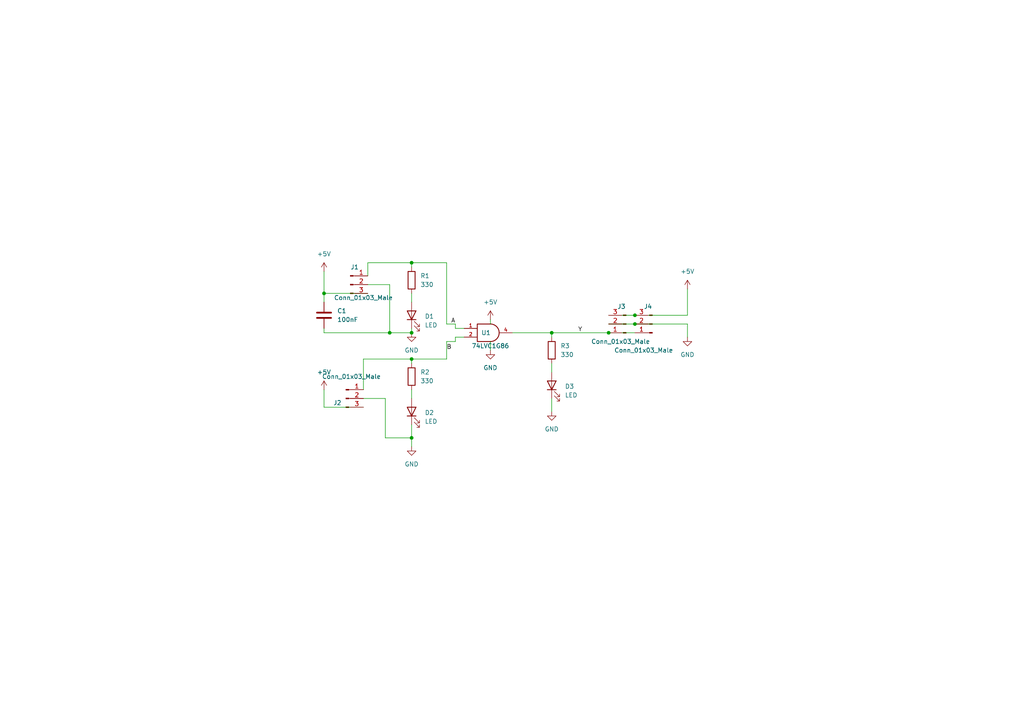
<source format=kicad_sch>
(kicad_sch (version 20230121) (generator eeschema)
  (paper "A4")
  (lib_symbols
    (symbol "74xGxx:74LVC1G08" (pin_names (offset 1.016))
      (property "Reference" "U" (at -2.54 3.81 0))
      (property "Value" "74LVC1G08" (at 0 -3.81 0))
      (symbol "74LVC1G08_0_1"
        (arc (start 0 -2.54) (mid 2.529 0) (end 0 2.54) (stroke (width 0.254)))
        (polyline (pts (xy 0 -2.54) (xy -3.81 -2.54) (xy -3.81 2.54) (xy 0 2.54)) (stroke (width 0.254)))
      )
      (symbol "74LVC1G08_1_1"
        (pin input line (at -7.62 1.27 0) (length 3.81) (name "~") (number "1"))
        (pin input line (at -7.62 -1.27 0) (length 3.81) (name "~") (number "2"))
        (pin power_in line (at 0 -2.54 270) (length 0) hide (name "GND") (number "3"))
        (pin output line (at 6.35 0 180) (length 3.81) (name "~") (number "4"))
        (pin power_in line (at 0 2.54 90) (length 0) hide (name "VCC") (number "5"))
      )
    )
    (symbol "Connector:Conn_01x03_Male" (pin_names (offset 1.016) hide)
      (property "Reference" "J" (at 0 5.08 0))
      (property "Value" "Conn_01x03_Male" (at 0 -5.08 0))
      (symbol "Conn_01x03_Male_1_1"
        (polyline (pts (xy 1.27 -2.54) (xy 0.8636 -2.54)) (stroke (width 0.1524)))
        (polyline (pts (xy 1.27 0) (xy 0.8636 0)) (stroke (width 0.1524)))
        (polyline (pts (xy 1.27 2.54) (xy 0.8636 2.54)) (stroke (width 0.1524)))
        (rectangle (start 0.8636 -2.413) (end 0 -2.667) (stroke (width 0.1524)) (fill (type outline)))
        (rectangle (start 0.8636 0.127) (end 0 -0.127) (stroke (width 0.1524)) (fill (type outline)))
        (rectangle (start 0.8636 2.667) (end 0 2.413) (stroke (width 0.1524)) (fill (type outline)))
        (pin passive line (at 5.08 2.54 180) (length 3.81) (name "Pin_1") (number "1"))
        (pin passive line (at 5.08 0 180) (length 3.81) (name "Pin_2") (number "2"))
        (pin passive line (at 5.08 -2.54 180) (length 3.81) (name "Pin_3") (number "3"))
      )
    )
    (symbol "Device:C" (pin_numbers hide) (pin_names (offset 0.254))
      (property "Reference" "C" (at 0.635 2.54 0))
      (property "Value" "C" (at 0.635 -2.54 0))
      (symbol "C_0_1"
        (polyline (pts (xy -2.032 -0.762) (xy 2.032 -0.762)) (stroke (width 0.508)))
        (polyline (pts (xy -2.032 0.762) (xy 2.032 0.762)) (stroke (width 0.508)))
      )
      (symbol "C_1_1"
        (pin passive line (at 0 3.81 270) (length 2.794) (name "~") (number "1"))
        (pin passive line (at 0 -3.81 90) (length 2.794) (name "~") (number "2"))
      )
    )
    (symbol "Device:LED" (pin_numbers hide) (pin_names (offset 1.016) hide)
      (property "Reference" "D" (at 0 2.54 0))
      (property "Value" "LED" (at 0 -2.54 0))
      (symbol "LED_0_1"
        (polyline (pts (xy -1.27 -1.27) (xy -1.27 1.27)) (stroke (width 0.254)))
        (polyline (pts (xy -1.27 0) (xy 1.27 0)))
        (polyline (pts (xy 1.27 -1.27) (xy 1.27 1.27) (xy -1.27 0) (xy 1.27 -1.27)) (stroke (width 0.254)))
        (polyline (pts (xy -3.048 -0.762) (xy -4.572 -2.286) (xy -3.81 -2.286) (xy -4.572 -2.286) (xy -4.572 -1.524)))
        (polyline (pts (xy -1.778 -0.762) (xy -3.302 -2.286) (xy -2.54 -2.286) (xy -3.302 -2.286) (xy -3.302 -1.524)))
      )
      (symbol "LED_1_1"
        (pin passive line (at -3.81 0 0) (length 2.54) (name "K") (number "1"))
        (pin passive line (at 3.81 0 180) (length 2.54) (name "A") (number "2"))
      )
    )
    (symbol "Device:R" (pin_numbers hide) (pin_names (offset 0))
      (property "Reference" "R" (at 2.032 0 90))
      (property "Value" "R" (at 0 0 90))
      (symbol "R_0_1"
        (rectangle (start -1.016 -2.54) (end 1.016 2.54) (stroke (width 0.254)))
      )
      (symbol "R_1_1"
        (pin passive line (at 0 3.81 270) (length 1.27) (name "~") (number "1"))
        (pin passive line (at 0 -3.81 90) (length 1.27) (name "~") (number "2"))
      )
    )
    (symbol "power:+5V" (power) (pin_names (offset 0))
      (property "Value" "+5V" (at 0 3.556 0))
      (symbol "+5V_0_1"
        (polyline (pts (xy -0.762 1.27) (xy 0 2.54)))
        (polyline (pts (xy 0 0) (xy 0 2.54)))
        (polyline (pts (xy 0 2.54) (xy 0.762 1.27)))
      )
      (symbol "+5V_1_1"
        (pin power_in line (at 0 0 90) (length 0) hide (name "+5V") (number "1"))
      )
    )
    (symbol "power:GND" (power) (pin_names (offset 0))
      (property "Value" "GND" (at 0 -3.81 0))
      (symbol "GND_0_1"
        (polyline (pts (xy 0 0) (xy 0 -1.27) (xy 1.27 -1.27) (xy 0 -2.54) (xy -1.27 -1.27) (xy 0 -1.27)))
      )
      (symbol "GND_1_1"
        (pin power_in line (at 0 0 270) (length 0) hide (name "GND") (number "1"))
      )
    )
  )
  (junction (at 119.38 96.52))
  (junction (at 93.98 85.09))
  (junction (at 160.02 96.52))
  (junction (at 119.38 76.2))
  (junction (at 184.15 93.98))
  (junction (at 119.38 104.14))
  (junction (at 176.53 96.52))
  (junction (at 113.03 96.52))
  (junction (at 119.38 127))
  (junction (at 184.15 91.44))
  (wire (pts (xy 134.62 97.79) (xy 132.08 97.79)))
  (wire (pts (xy 106.68 76.2) (xy 119.38 76.2)))
  (wire (pts (xy 93.98 85.09) (xy 93.98 87.63)))
  (wire (pts (xy 160.02 115.57) (xy 160.02 119.38)))
  (wire (pts (xy 184.15 91.44) (xy 199.39 91.44)))
  (wire (pts (xy 176.53 91.44) (xy 184.15 91.44)))
  (wire (pts (xy 105.41 118.11) (xy 93.98 118.11)))
  (wire (pts (xy 148.59 96.52) (xy 160.02 96.52)))
  (wire (pts (xy 129.54 76.2) (xy 129.54 93.98)))
  (wire (pts (xy 113.03 82.55) (xy 113.03 96.52)))
  (wire (pts (xy 93.98 85.09) (xy 106.68 85.09)))
  (wire (pts (xy 129.54 99.06) (xy 132.08 99.06)))
  (wire (pts (xy 160.02 105.41) (xy 160.02 107.95)))
  (wire (pts (xy 176.53 93.98) (xy 184.15 93.98)))
  (wire (pts (xy 105.41 115.57) (xy 111.76 115.57)))
  (wire (pts (xy 113.03 96.52) (xy 119.38 96.52)))
  (wire (pts (xy 142.24 92.71) (xy 142.24 93.98)))
  (wire (pts (xy 199.39 83.82) (xy 199.39 91.44)))
  (wire (pts (xy 132.08 93.98) (xy 129.54 93.98)))
  (wire (pts (xy 160.02 96.52) (xy 176.53 96.52)))
  (wire (pts (xy 105.41 104.14) (xy 119.38 104.14)))
  (wire (pts (xy 184.15 93.98) (xy 199.39 93.98)))
  (wire (pts (xy 119.38 85.09) (xy 119.38 87.63)))
  (wire (pts (xy 199.39 93.98) (xy 199.39 97.79)))
  (wire (pts (xy 105.41 113.03) (xy 105.41 104.14)))
  (wire (pts (xy 111.76 115.57) (xy 111.76 127)))
  (wire (pts (xy 119.38 104.14) (xy 129.54 104.14)))
  (wire (pts (xy 119.38 127) (xy 119.38 129.54)))
  (wire (pts (xy 93.98 113.03) (xy 93.98 118.11)))
  (wire (pts (xy 119.38 95.25) (xy 119.38 96.52)))
  (wire (pts (xy 129.54 104.14) (xy 129.54 99.06)))
  (wire (pts (xy 119.38 123.19) (xy 119.38 127)))
  (wire (pts (xy 132.08 93.98) (xy 132.08 95.25)))
  (wire (pts (xy 93.98 95.25) (xy 93.98 96.52)))
  (wire (pts (xy 119.38 77.47) (xy 119.38 76.2)))
  (wire (pts (xy 93.98 96.52) (xy 113.03 96.52)))
  (wire (pts (xy 132.08 97.79) (xy 132.08 99.06)))
  (wire (pts (xy 119.38 76.2) (xy 129.54 76.2)))
  (wire (pts (xy 93.98 78.74) (xy 93.98 85.09)))
  (wire (pts (xy 111.76 127) (xy 119.38 127)))
  (wire (pts (xy 119.38 113.03) (xy 119.38 115.57)))
  (wire (pts (xy 176.53 96.52) (xy 184.15 96.52)))
  (wire (pts (xy 119.38 105.41) (xy 119.38 104.14)))
  (wire (pts (xy 132.08 95.25) (xy 134.62 95.25)))
  (wire (pts (xy 106.68 82.55) (xy 113.03 82.55)))
  (wire (pts (xy 106.68 76.2) (xy 106.68 80.01)))
  (wire (pts (xy 160.02 97.79) (xy 160.02 96.52)))
  (wire (pts (xy 142.24 99.06) (xy 142.24 101.6)))
  (label "Y" (at 167.64 96.52 0) (effects (font (size 1.2446 1.2446))))
  (label "B" (at 129.54 101.6 0) (effects (font (size 1.2446 1.2446))))
  (label "A" (at 130.81 93.98 0) (effects (font (size 1.2446 1.2446))))
  (symbol (lib_id "power:+5V") (at 199.39 83.82 0) (unit 1)
    (property "Reference" "#PWR0102" (effects hide))
    (property "Value" "+5V" (at 199.39 78.74 0))
  )
  (symbol (lib_id "power:GND") (at 119.38 96.52 0) (unit 1)
    (property "Reference" "#PWR0109" (effects hide))
    (property "Value" "GND" (at 119.38 101.6 0))
  )
  (symbol (lib_id "Device:LED") (at 119.38 91.44 90) (unit 1)
    (property "Reference" "D1" (at 123.19 91.7574 90) (effects (justify right)))
    (property "Value" "LED" (at 123.19 94.2974 90) (effects (justify right)))
    (property "Footprint" "shurik-personal:LITE_ON_LTST_C230TBKT-LED_1206_3216Metric_ReverseMount" (effects hide))
    (property "LCSC" "C125109" (effects hide))
  )
  (symbol (lib_id "power:GND") (at 199.39 97.79 0) (unit 1)
    (property "Reference" "#PWR0105" (effects hide))
    (property "Value" "GND" (at 199.39 102.87 0))
  )
  (symbol (lib_id "Connector:Conn_01x03_Male") (at 189.23 93.98 180) (unit 1)
    (property "Reference" "J4" (at 187.96 88.9 0))
    (property "Value" "Conn_01x03_Male" (at 186.69 101.6 0))
    (property "Footprint" "Connector_Molex:Molex_PicoBlade_53261-0371_1x03-1MP_P1.25mm_Horizontal" (effects hide))
    (property "LCSC" "C22075" (effects hide))
  )
  (symbol (lib_id "Device:LED") (at 160.02 111.76 90) (unit 1)
    (property "Reference" "D3" (at 163.83 112.0774 90) (effects (justify right)))
    (property "Value" "LED" (at 163.83 114.6174 90) (effects (justify right)))
    (property "Footprint" "shurik-personal:LITE_ON_LTST_C230TBKT-LED_1206_3216Metric_ReverseMount" (effects hide))
    (property "LCSC" "C125109" (effects hide))
  )
  (symbol (lib_id "power:+5V") (at 93.98 113.03 0) (unit 1)
    (property "Reference" "#PWR0104" (effects hide))
    (property "Value" "+5V" (at 93.98 107.95 0))
  )
  (symbol (lib_id "Device:R") (at 119.38 81.28 0) (unit 1)
    (property "Reference" "R1" (at 121.92 80.0099 0) (effects (justify left)))
    (property "Value" "330" (at 121.92 82.5499 0) (effects (justify left)))
    (property "Footprint" "Resistor_SMD:R_0603_1608Metric" (effects hide))
    (property "LCSC" "C23138" (effects hide))
  )
  (symbol (lib_id "power:GND") (at 160.02 119.38 0) (unit 1)
    (property "Reference" "#PWR0103" (effects hide))
    (property "Value" "GND" (at 160.02 124.46 0))
  )
  (symbol (lib_id "power:+5V") (at 93.98 78.74 0) (unit 1)
    (property "Reference" "#PWR0101" (effects hide))
    (property "Value" "+5V" (at 93.98 73.66 0))
  )
  (symbol (lib_id "Connector:Conn_01x03_Male") (at 101.6 82.55 0) (unit 1)
    (property "Reference" "J1" (at 102.87 77.47 0))
    (property "Value" "Conn_01x03_Male" (at 105.41 86.36 0))
    (property "Footprint" "Connector_Molex:Molex_PicoBlade_53261-0371_1x03-1MP_P1.25mm_Horizontal" (effects hide))
    (property "LCSC" "C22075" (effects hide))
  )
  (symbol (lib_id "Device:C") (at 93.98 91.44 0) (unit 1)
    (property "Reference" "C1" (at 97.79 90.1699 0) (effects (justify left)))
    (property "Value" "100nF" (at 97.79 92.7099 0) (effects (justify left)))
    (property "Footprint" "Capacitor_SMD:C_0603_1608Metric" (effects hide))
    (property "LCSC" "C14663" (effects hide))
  )
  (symbol (lib_id "power:+5V") (at 142.24 92.71 0) (unit 1)
    (property "Reference" "#PWR0107" (effects hide))
    (property "Value" "+5V" (at 142.24 87.63 0))
  )
  (symbol (lib_id "Connector:Conn_01x03_Male") (at 100.33 115.57 0) (unit 1)
    (property "Reference" "J2" (at 99.06 116.8401 0) (effects (justify right)))
    (property "Value" "Conn_01x03_Male" (at 110.49 109.22 0) (effects (justify right)))
    (property "Footprint" "Connector_Molex:Molex_PicoBlade_53261-0371_1x03-1MP_P1.25mm_Horizontal" (effects hide))
    (property "LCSC" "C22075" (effects hide))
  )
  (symbol (lib_id "power:GND") (at 119.38 129.54 0) (unit 1)
    (property "Reference" "#PWR0108" (effects hide))
    (property "Value" "GND" (at 119.38 134.62 0))
  )
  (symbol (lib_id "Device:R") (at 119.38 109.22 0) (unit 1)
    (property "Reference" "R2" (at 121.92 107.9499 0) (effects (justify left)))
    (property "Value" "330" (at 121.92 110.4899 0) (effects (justify left)))
    (property "Footprint" "Resistor_SMD:R_0603_1608Metric" (effects hide))
    (property "LCSC" "C23138" (effects hide))
  )
  (symbol (lib_id "Connector:Conn_01x03_Male") (at 181.61 93.98 180) (unit 1)
    (property "Reference" "J3" (at 179.07 88.9 0) (effects (justify right)))
    (property "Value" "Conn_01x03_Male" (at 171.45 99.06 0) (effects (justify right)))
    (property "Footprint" "Connector_Molex:Molex_PicoBlade_53261-0371_1x03-1MP_P1.25mm_Horizontal" (effects hide))
    (property "LCSC" "C22075" (effects hide))
  )
  (symbol (lib_id "power:GND") (at 142.24 101.6 0) (unit 1)
    (property "Reference" "#PWR0106" (effects hide))
    (property "Value" "GND" (at 142.24 106.68 0))
  )
  (symbol (lib_id "Device:R") (at 160.02 101.6 0) (unit 1)
    (property "Reference" "R3" (at 162.56 100.3299 0) (effects (justify left)))
    (property "Value" "330" (at 162.56 102.8699 0) (effects (justify left)))
    (property "Footprint" "Resistor_SMD:R_0603_1608Metric" (effects hide))
    (property "LCSC" "C23138" (effects hide))
  )
  (symbol (lib_id "74xGxx:74LVC1G08") (at 142.24 96.52 0) (unit 1)
    (property "Reference" "U1" (at 140.97 96.52 0))
    (property "Value" "74LVC1G86" (at 142.24 100.33 0))
    (property "Footprint" "Package_TO_SOT_SMD:SOT-23-5" (effects hide))
    (property "Datasheet" "http://www.ti.com/lit/sg/scyt129e/scyt129e.pdf" (effects hide))
    (property "LCSC" "C402161" (effects hide))
  )
  (symbol (lib_id "Device:LED") (at 119.38 119.38 90) (unit 1)
    (property "Reference" "D2" (at 123.19 119.6974 90) (effects (justify right)))
    (property "Value" "LED" (at 123.19 122.2374 90) (effects (justify right)))
    (property "Footprint" "shurik-personal:LITE_ON_LTST_C230TBKT-LED_1206_3216Metric_ReverseMount" (effects hide))
    (property "LCSC" "C125109" (effects hide))
  )
)
</source>
